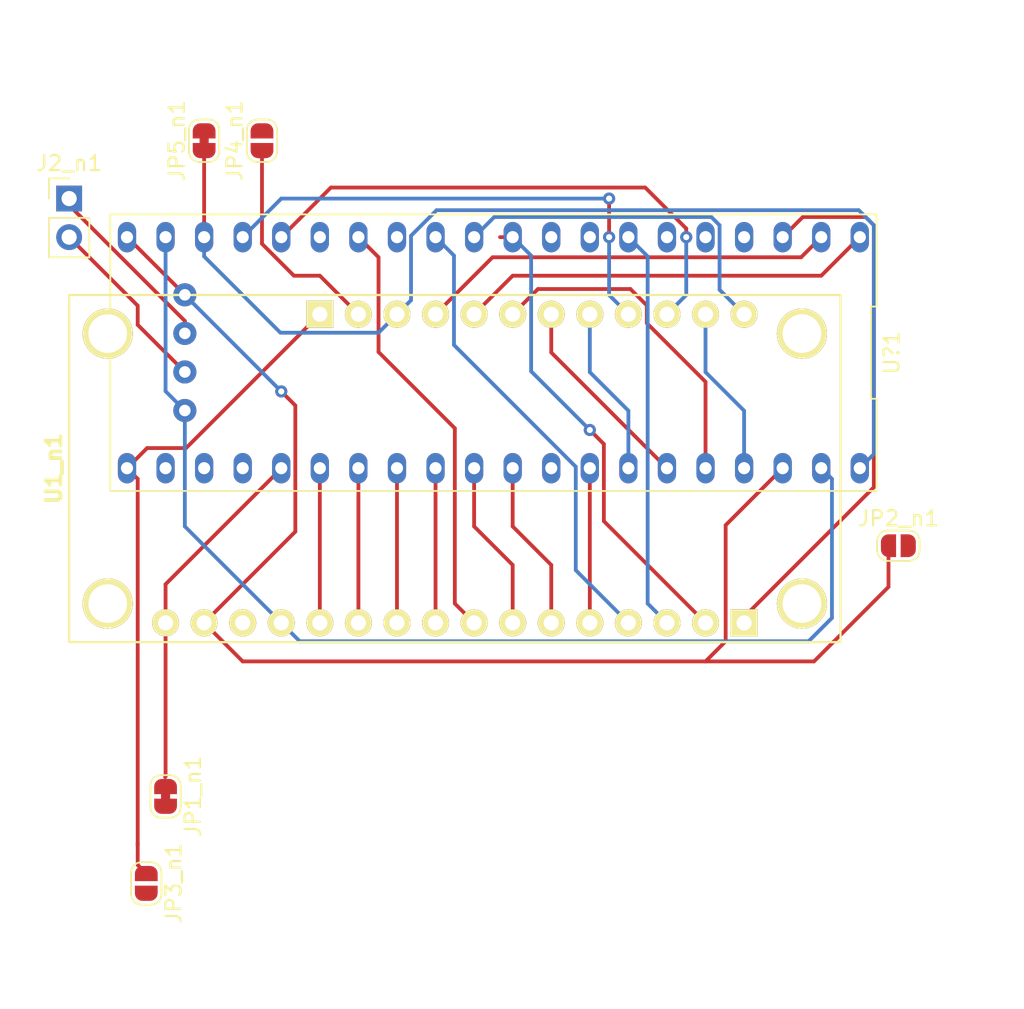
<source format=kicad_pcb>
(kicad_pcb (version 20171130) (host pcbnew 5.1.6)

  (general
    (thickness 1.6)
    (drawings 0)
    (tracks 141)
    (zones 0)
    (modules 8)
    (nets 47)
  )

  (page A4)
  (layers
    (0 F.Cu signal)
    (31 B.Cu signal)
    (32 B.Adhes user)
    (33 F.Adhes user)
    (34 B.Paste user)
    (35 F.Paste user)
    (36 B.SilkS user)
    (37 F.SilkS user)
    (38 B.Mask user)
    (39 F.Mask user)
    (40 Dwgs.User user)
    (41 Cmts.User user)
    (42 Eco1.User user)
    (43 Eco2.User user)
    (44 Edge.Cuts user)
    (45 Margin user)
    (46 B.CrtYd user)
    (47 F.CrtYd user)
    (48 B.Fab user)
    (49 F.Fab user)
  )

  (setup
    (last_trace_width 0.25)
    (trace_clearance 0.2)
    (zone_clearance 0.508)
    (zone_45_only no)
    (trace_min 0.2)
    (via_size 0.8)
    (via_drill 0.4)
    (via_min_size 0.4)
    (via_min_drill 0.3)
    (uvia_size 0.3)
    (uvia_drill 0.1)
    (uvias_allowed no)
    (uvia_min_size 0.2)
    (uvia_min_drill 0.1)
    (edge_width 0.05)
    (segment_width 0.2)
    (pcb_text_width 0.3)
    (pcb_text_size 1.5 1.5)
    (mod_edge_width 0.12)
    (mod_text_size 1 1)
    (mod_text_width 0.15)
    (pad_size 1.524 1.524)
    (pad_drill 0.762)
    (pad_to_mask_clearance 0.05)
    (aux_axis_origin 0 0)
    (visible_elements FFFFFF7F)
    (pcbplotparams
      (layerselection 0x010fc_ffffffff)
      (usegerberextensions false)
      (usegerberattributes true)
      (usegerberadvancedattributes true)
      (creategerberjobfile true)
      (excludeedgelayer true)
      (linewidth 0.100000)
      (plotframeref false)
      (viasonmask false)
      (mode 1)
      (useauxorigin false)
      (hpglpennumber 1)
      (hpglpenspeed 20)
      (hpglpendiameter 15.000000)
      (psnegative false)
      (psa4output false)
      (plotreference true)
      (plotvalue true)
      (plotinvisibletext false)
      (padsonsilk false)
      (subtractmaskfromsilk false)
      (outputformat 1)
      (mirror false)
      (drillshape 1)
      (scaleselection 1)
      (outputdirectory ""))
  )

  (net 0 "")
  (net 1 /RSTn)
  (net 2 GND)
  (net 3 /SWDIOn)
  (net 4 /SWCLKn)
  (net 5 /3v3_n)
  (net 6 /D13_n)
  (net 7 /D12_n)
  (net 8 /D11_n)
  (net 9 /D10_n)
  (net 10 /D9_n)
  (net 11 /D6_n)
  (net 12 /D5_n)
  (net 13 /D3_n)
  (net 14 /D2_n)
  (net 15 /AUX_n)
  (net 16 /D1_n)
  (net 17 /D0_n)
  (net 18 /A3_n)
  (net 19 /A2_n)
  (net 20 /A1_n)
  (net 21 /A0_n)
  (net 22 /BP8_n)
  (net 23 /BP7_n)
  (net 24 /BP6_n)
  (net 25 /BP5_n)
  (net 26 /BP4_n)
  (net 27 /BP3_n)
  (net 28 /BP2_n)
  (net 29 /BP1_n)
  (net 30 /RST)
  (net 31 +3V3)
  (net 32 /VBAT)
  (net 33 /VBATn)
  (net 34 /EN)
  (net 35 /ENn)
  (net 36 /VBUSn)
  (net 37 +5V)
  (net 38 /CARDn-CIPO)
  (net 39 /CARDn-COPI)
  (net 40 /CARDn-SCK)
  (net 41 /CARDn-CSn)
  (net 42 /CARDn-GO)
  (net 43 "Net-(U1_n1-Pad14)")
  (net 44 "Net-(U?1-Pad26)")
  (net 45 "Net-(U?1-Pad27)")
  (net 46 "Net-(U?1-Pad28)")

  (net_class Default "This is the default net class."
    (clearance 0.2)
    (trace_width 0.25)
    (via_dia 0.8)
    (via_drill 0.4)
    (uvia_dia 0.3)
    (uvia_drill 0.1)
    (add_net +3V3)
    (add_net +5V)
    (add_net /3v3_n)
    (add_net /A0_n)
    (add_net /A1_n)
    (add_net /A2_n)
    (add_net /A3_n)
    (add_net /AUX_n)
    (add_net /BP1_n)
    (add_net /BP2_n)
    (add_net /BP3_n)
    (add_net /BP4_n)
    (add_net /BP5_n)
    (add_net /BP6_n)
    (add_net /BP7_n)
    (add_net /BP8_n)
    (add_net /CARDn-CIPO)
    (add_net /CARDn-COPI)
    (add_net /CARDn-CSn)
    (add_net /CARDn-GO)
    (add_net /CARDn-SCK)
    (add_net /D0_n)
    (add_net /D10_n)
    (add_net /D11_n)
    (add_net /D12_n)
    (add_net /D13_n)
    (add_net /D1_n)
    (add_net /D2_n)
    (add_net /D3_n)
    (add_net /D5_n)
    (add_net /D6_n)
    (add_net /D9_n)
    (add_net /EN)
    (add_net /ENn)
    (add_net /RST)
    (add_net /RSTn)
    (add_net /SWCLKn)
    (add_net /SWDIOn)
    (add_net /VBAT)
    (add_net /VBATn)
    (add_net /VBUSn)
    (add_net GND)
    (add_net "Net-(U1_n1-Pad14)")
    (add_net "Net-(U?1-Pad26)")
    (add_net "Net-(U?1-Pad27)")
    (add_net "Net-(U?1-Pad28)")
  )

  (module stargazer-motherboard:weact-blackpill (layer F.Cu) (tedit 5F83C93F) (tstamp 5F84D109)
    (at 44.45 57.1375 180)
    (path /5FD4B16F)
    (fp_text reference U?1 (at -26.23 0 90) (layer F.SilkS)
      (effects (font (size 1 1) (thickness 0.15)))
    )
    (fp_text value weact-black-pill (at 0 0) (layer F.Fab)
      (effects (font (size 1 1) (thickness 0.15)))
    )
    (fp_line (start -24.98 8.86) (end -24.98 -8.86) (layer F.CrtYd) (width 0.05))
    (fp_line (start 24.98 8.86) (end -24.98 8.86) (layer F.CrtYd) (width 0.05))
    (fp_line (start 24.98 -8.86) (end 24.98 8.86) (layer F.CrtYd) (width 0.05))
    (fp_line (start -24.98 -8.86) (end 24.98 -8.86) (layer F.CrtYd) (width 0.05))
    (fp_line (start -25.23 3.035833) (end -25.23 9.107499) (layer F.SilkS) (width 0.12))
    (fp_line (start -24.87 3.035833) (end -25.23 3.035833) (layer F.SilkS) (width 0.12))
    (fp_line (start -24.87 -3.035833) (end -24.87 3.035833) (layer F.SilkS) (width 0.12))
    (fp_line (start -25.23 -3.035833) (end -24.87 -3.035833) (layer F.SilkS) (width 0.12))
    (fp_line (start -25.23 -9.1075) (end -25.23 -3.035833) (layer F.SilkS) (width 0.12))
    (fp_line (start 25.23 -9.107499) (end -25.23 -9.1075) (layer F.SilkS) (width 0.12))
    (fp_line (start 25.23 9.1075) (end 25.23 -9.107499) (layer F.SilkS) (width 0.12))
    (fp_line (start -25.23 9.107499) (end 25.23 9.1075) (layer F.SilkS) (width 0.12))
    (pad 24 thru_hole circle (at 20.32 -3.81 180) (size 1.524 1.524) (drill 0.762) (layers *.Cu *.Mask)
      (net 2 GND))
    (pad 23 thru_hole circle (at 20.32 -1.27 180) (size 1.524 1.524) (drill 0.762) (layers *.Cu *.Mask)
      (net 4 /SWCLKn))
    (pad 22 thru_hole circle (at 20.32 1.27 180) (size 1.524 1.524) (drill 0.762) (layers *.Cu *.Mask)
      (net 3 /SWDIOn))
    (pad 21 thru_hole circle (at 20.32 3.81 180) (size 1.524 1.524) (drill 0.762) (layers *.Cu *.Mask)
      (net 5 /3v3_n))
    (pad 20 thru_hole oval (at 24.13 7.6075 180) (size 1.2 2) (drill 0.8) (layers *.Cu *.Mask)
      (net 5 /3v3_n))
    (pad 25 thru_hole oval (at 24.13 -7.6075 180) (size 1.2 2) (drill 0.8) (layers *.Cu *.Mask)
      (net 33 /VBATn))
    (pad 19 thru_hole oval (at 21.59 7.6075 180) (size 1.2 2) (drill 0.8) (layers *.Cu *.Mask)
      (net 2 GND))
    (pad 26 thru_hole oval (at 21.59 -7.6075 180) (size 1.2 2) (drill 0.8) (layers *.Cu *.Mask)
      (net 44 "Net-(U?1-Pad26)"))
    (pad 18 thru_hole oval (at 19.05 7.6075 180) (size 1.2 2) (drill 0.8) (layers *.Cu *.Mask)
      (net 36 /VBUSn))
    (pad 27 thru_hole oval (at 19.05 -7.6075 180) (size 1.2 2) (drill 0.8) (layers *.Cu *.Mask)
      (net 45 "Net-(U?1-Pad27)"))
    (pad 17 thru_hole oval (at 16.51 7.6075 180) (size 1.2 2) (drill 0.8) (layers *.Cu *.Mask)
      (net 11 /D6_n))
    (pad 28 thru_hole oval (at 16.51 -7.6075 180) (size 1.2 2) (drill 0.8) (layers *.Cu *.Mask)
      (net 46 "Net-(U?1-Pad28)"))
    (pad 16 thru_hole oval (at 13.97 7.6075 180) (size 1.2 2) (drill 0.8) (layers *.Cu *.Mask)
      (net 12 /D5_n))
    (pad 29 thru_hole oval (at 13.97 -7.6075 180) (size 1.2 2) (drill 0.8) (layers *.Cu *.Mask)
      (net 1 /RSTn))
    (pad 15 thru_hole oval (at 11.43 7.6075 180) (size 1.2 2) (drill 0.8) (layers *.Cu *.Mask)
      (net 28 /BP2_n))
    (pad 30 thru_hole oval (at 11.43 -7.6075 180) (size 1.2 2) (drill 0.8) (layers *.Cu *.Mask)
      (net 21 /A0_n))
    (pad 14 thru_hole oval (at 8.89 7.6075 180) (size 1.2 2) (drill 0.8) (layers *.Cu *.Mask)
      (net 42 /CARDn-GO))
    (pad 31 thru_hole oval (at 8.89 -7.6075 180) (size 1.2 2) (drill 0.8) (layers *.Cu *.Mask)
      (net 20 /A1_n))
    (pad 13 thru_hole oval (at 6.35 7.6075 180) (size 1.2 2) (drill 0.8) (layers *.Cu *.Mask)
      (net 25 /BP5_n))
    (pad 32 thru_hole oval (at 6.35 -7.6075 180) (size 1.2 2) (drill 0.8) (layers *.Cu *.Mask)
      (net 19 /A2_n))
    (pad 12 thru_hole oval (at 3.81 7.6075 180) (size 1.2 2) (drill 0.8) (layers *.Cu *.Mask)
      (net 38 /CARDn-CIPO))
    (pad 33 thru_hole oval (at 3.81 -7.6075 180) (size 1.2 2) (drill 0.8) (layers *.Cu *.Mask)
      (net 18 /A3_n))
    (pad 11 thru_hole oval (at 1.27 7.6075 180) (size 1.2 2) (drill 0.8) (layers *.Cu *.Mask)
      (net 14 /D2_n))
    (pad 34 thru_hole oval (at 1.27 -7.6075 180) (size 1.2 2) (drill 0.8) (layers *.Cu *.Mask)
      (net 41 /CARDn-CSn))
    (pad 10 thru_hole oval (at -1.27 7.6075 180) (size 1.2 2) (drill 0.8) (layers *.Cu *.Mask)
      (net 16 /D1_n))
    (pad 35 thru_hole oval (at -1.27 -7.6075 180) (size 1.2 2) (drill 0.8) (layers *.Cu *.Mask)
      (net 40 /CARDn-SCK))
    (pad 9 thru_hole oval (at -3.81 7.6075 180) (size 1.2 2) (drill 0.8) (layers *.Cu *.Mask)
      (net 22 /BP8_n))
    (pad 36 thru_hole oval (at -3.81 -7.6075 180) (size 1.2 2) (drill 0.8) (layers *.Cu *.Mask)
      (net 24 /BP6_n))
    (pad 8 thru_hole oval (at -6.35 7.6075 180) (size 1.2 2) (drill 0.8) (layers *.Cu *.Mask)
      (net 23 /BP7_n))
    (pad 37 thru_hole oval (at -6.35 -7.6075 180) (size 1.2 2) (drill 0.8) (layers *.Cu *.Mask)
      (net 39 /CARDn-COPI))
    (pad 7 thru_hole oval (at -8.89 7.6075 180) (size 1.2 2) (drill 0.8) (layers *.Cu *.Mask)
      (net 17 /D0_n))
    (pad 38 thru_hole oval (at -8.89 -7.6075 180) (size 1.2 2) (drill 0.8) (layers *.Cu *.Mask)
      (net 10 /D9_n))
    (pad 6 thru_hole oval (at -11.43 7.6075 180) (size 1.2 2) (drill 0.8) (layers *.Cu *.Mask)
      (net 26 /BP4_n))
    (pad 39 thru_hole oval (at -11.43 -7.6075 180) (size 1.2 2) (drill 0.8) (layers *.Cu *.Mask)
      (net 9 /D10_n))
    (pad 5 thru_hole oval (at -13.97 7.6075 180) (size 1.2 2) (drill 0.8) (layers *.Cu *.Mask)
      (net 27 /BP3_n))
    (pad 40 thru_hole oval (at -13.97 -7.6075 180) (size 1.2 2) (drill 0.8) (layers *.Cu *.Mask)
      (net 8 /D11_n))
    (pad 4 thru_hole oval (at -16.51 7.6075 180) (size 1.2 2) (drill 0.8) (layers *.Cu *.Mask)
      (net 29 /BP1_n))
    (pad 41 thru_hole oval (at -16.51 -7.6075 180) (size 1.2 2) (drill 0.8) (layers *.Cu *.Mask)
      (net 13 /D3_n))
    (pad 3 thru_hole oval (at -19.05 7.6075 180) (size 1.2 2) (drill 0.8) (layers *.Cu *.Mask)
      (net 15 /AUX_n))
    (pad 42 thru_hole oval (at -19.05 -7.6075 180) (size 1.2 2) (drill 0.8) (layers *.Cu *.Mask)
      (net 5 /3v3_n))
    (pad 2 thru_hole oval (at -21.59 7.6075 180) (size 1.2 2) (drill 0.8) (layers *.Cu *.Mask)
      (net 6 /D13_n))
    (pad 43 thru_hole oval (at -21.59 -7.6075 180) (size 1.2 2) (drill 0.8) (layers *.Cu *.Mask)
      (net 2 GND))
    (pad 1 thru_hole oval (at -24.13 7.6075 180) (size 1.2 2) (drill 0.8) (layers *.Cu *.Mask)
      (net 7 /D12_n))
    (pad 44 thru_hole oval (at -24.13 -7.6075 180) (size 1.2 2) (drill 0.8) (layers *.Cu *.Mask)
      (net 36 /VBUSn))
  )

  (module Modules:ADAFRUIT_FEATHER (layer F.Cu) (tedit 582D446B) (tstamp 5F84D0AD)
    (at 41.91 64.77)
    (path /5F83756C)
    (fp_text reference U1_n1 (at -26.416 0 90) (layer F.SilkS)
      (effects (font (size 1 1) (thickness 0.25)))
    )
    (fp_text value ADAFRUIT_FEATHER (at -24.384 0 90) (layer F.Fab) hide
      (effects (font (size 1 1) (thickness 0.25)))
    )
    (fp_line (start -25.4 -11.43) (end -25.4 11.43) (layer F.SilkS) (width 0.15))
    (fp_line (start -25.4 11.43) (end 25.4 11.43) (layer F.SilkS) (width 0.15))
    (fp_line (start 25.4 11.43) (end 25.4 -11.43) (layer F.SilkS) (width 0.15))
    (fp_line (start 25.4 -11.43) (end -25.4 -11.43) (layer F.SilkS) (width 0.15))
    (pad 28 thru_hole circle (at 19.05 -10.16) (size 1.778 1.778) (drill 0.9906) (layers *.Cu *.Mask F.SilkS)
      (net 14 /D2_n))
    (pad 27 thru_hole circle (at 16.51 -10.16) (size 1.778 1.778) (drill 0.9906) (layers *.Cu *.Mask F.SilkS)
      (net 13 /D3_n))
    (pad 26 thru_hole circle (at 13.97 -10.16) (size 1.778 1.778) (drill 0.9906) (layers *.Cu *.Mask F.SilkS)
      (net 12 /D5_n))
    (pad 25 thru_hole circle (at 11.43 -10.16) (size 1.778 1.778) (drill 0.9906) (layers *.Cu *.Mask F.SilkS)
      (net 11 /D6_n))
    (pad 24 thru_hole circle (at 8.89 -10.16) (size 1.778 1.778) (drill 0.9906) (layers *.Cu *.Mask F.SilkS)
      (net 10 /D9_n))
    (pad 23 thru_hole circle (at 6.35 -10.16) (size 1.778 1.778) (drill 0.9906) (layers *.Cu *.Mask F.SilkS)
      (net 9 /D10_n))
    (pad 22 thru_hole circle (at 3.81 -10.16) (size 1.778 1.778) (drill 0.9906) (layers *.Cu *.Mask F.SilkS)
      (net 8 /D11_n))
    (pad 21 thru_hole circle (at 1.27 -10.16) (size 1.778 1.778) (drill 0.9906) (layers *.Cu *.Mask F.SilkS)
      (net 7 /D12_n))
    (pad 20 thru_hole circle (at -1.27 -10.16) (size 1.778 1.778) (drill 0.9906) (layers *.Cu *.Mask F.SilkS)
      (net 6 /D13_n))
    (pad 19 thru_hole circle (at -3.81 -10.16) (size 1.778 1.778) (drill 0.9906) (layers *.Cu *.Mask F.SilkS)
      (net 36 /VBUSn))
    (pad 17 thru_hole rect (at -8.89 -10.16) (size 1.778 1.778) (drill 0.9906) (layers *.Cu *.Mask F.SilkS)
      (net 33 /VBATn))
    (pad 18 thru_hole circle (at -6.35 -10.16) (size 1.778 1.778) (drill 0.9906) (layers *.Cu *.Mask F.SilkS)
      (net 35 /ENn))
    (pad 1 thru_hole rect (at 19.05 10.16) (size 1.778 1.778) (drill 0.9906) (layers *.Cu *.Mask F.SilkS)
      (net 15 /AUX_n))
    (pad 2 thru_hole circle (at 16.51 10.16) (size 1.778 1.778) (drill 0.9906) (layers *.Cu *.Mask F.SilkS)
      (net 16 /D1_n))
    (pad 3 thru_hole circle (at 13.97 10.16) (size 1.778 1.778) (drill 0.9906) (layers *.Cu *.Mask F.SilkS)
      (net 17 /D0_n))
    (pad 4 thru_hole circle (at 11.43 10.16) (size 1.778 1.778) (drill 0.9906) (layers *.Cu *.Mask F.SilkS)
      (net 38 /CARDn-CIPO))
    (pad 5 thru_hole circle (at 8.89 10.16) (size 1.778 1.778) (drill 0.9906) (layers *.Cu *.Mask F.SilkS)
      (net 39 /CARDn-COPI))
    (pad 6 thru_hole circle (at 6.35 10.16) (size 1.778 1.778) (drill 0.9906) (layers *.Cu *.Mask F.SilkS)
      (net 40 /CARDn-SCK))
    (pad 7 thru_hole circle (at 3.81 10.16) (size 1.778 1.778) (drill 0.9906) (layers *.Cu *.Mask F.SilkS)
      (net 41 /CARDn-CSn))
    (pad 8 thru_hole circle (at 1.27 10.16) (size 1.778 1.778) (drill 0.9906) (layers *.Cu *.Mask F.SilkS)
      (net 42 /CARDn-GO))
    (pad 9 thru_hole circle (at -1.27 10.16) (size 1.778 1.778) (drill 0.9906) (layers *.Cu *.Mask F.SilkS)
      (net 18 /A3_n))
    (pad 10 thru_hole circle (at -3.81 10.16) (size 1.778 1.778) (drill 0.9906) (layers *.Cu *.Mask F.SilkS)
      (net 19 /A2_n))
    (pad 11 thru_hole circle (at -6.35 10.16) (size 1.778 1.778) (drill 0.9906) (layers *.Cu *.Mask F.SilkS)
      (net 20 /A1_n))
    (pad 12 thru_hole circle (at -8.89 10.16) (size 1.778 1.778) (drill 0.9906) (layers *.Cu *.Mask F.SilkS)
      (net 21 /A0_n))
    (pad 13 thru_hole circle (at -11.43 10.16) (size 1.778 1.778) (drill 0.9906) (layers *.Cu *.Mask F.SilkS)
      (net 2 GND))
    (pad 14 thru_hole circle (at -13.97 10.16) (size 1.778 1.778) (drill 0.9906) (layers *.Cu *.Mask F.SilkS)
      (net 43 "Net-(U1_n1-Pad14)"))
    (pad 15 thru_hole circle (at -16.51 10.16) (size 1.778 1.778) (drill 0.9906) (layers *.Cu *.Mask F.SilkS)
      (net 5 /3v3_n))
    (pad 16 thru_hole circle (at -19.05 10.16) (size 1.778 1.778) (drill 0.9906) (layers *.Cu *.Mask F.SilkS)
      (net 1 /RSTn))
    (pad "" thru_hole circle (at 22.86 -8.89) (size 3.302 3.302) (drill 2.54) (layers *.Cu *.Mask F.SilkS))
    (pad "" thru_hole circle (at 22.86 8.89) (size 3.302 3.302) (drill 2.54) (layers *.Cu *.Mask F.SilkS))
    (pad "" thru_hole circle (at -22.86 8.89) (size 3.302 3.302) (drill 2.54) (layers *.Cu *.Mask F.SilkS))
    (pad "" thru_hole circle (at -22.86 -8.89) (size 3.302 3.302) (drill 2.54) (layers *.Cu *.Mask F.SilkS))
  )

  (module Jumper:SolderJumper-2_P1.3mm_Bridged_RoundedPad1.0x1.5mm (layer F.Cu) (tedit 5C745284) (tstamp 5F84D085)
    (at 25.4 43.18 90)
    (descr "SMD Solder Jumper, 1x1.5mm, rounded Pads, 0.3mm gap, bridged with 1 copper strip")
    (tags "solder jumper open")
    (path /5FAD3A22)
    (attr virtual)
    (fp_text reference JP5_n1 (at 0 -1.8 90) (layer F.SilkS)
      (effects (font (size 1 1) (thickness 0.15)))
    )
    (fp_text value SolderJumper_2_Bridged (at 0 1.9 90) (layer F.Fab)
      (effects (font (size 1 1) (thickness 0.15)))
    )
    (fp_arc (start -0.7 -0.3) (end -0.7 -1) (angle -90) (layer F.SilkS) (width 0.12))
    (fp_arc (start -0.7 0.3) (end -1.4 0.3) (angle -90) (layer F.SilkS) (width 0.12))
    (fp_arc (start 0.7 0.3) (end 0.7 1) (angle -90) (layer F.SilkS) (width 0.12))
    (fp_arc (start 0.7 -0.3) (end 1.4 -0.3) (angle -90) (layer F.SilkS) (width 0.12))
    (fp_line (start -1.4 0.3) (end -1.4 -0.3) (layer F.SilkS) (width 0.12))
    (fp_line (start 0.7 1) (end -0.7 1) (layer F.SilkS) (width 0.12))
    (fp_line (start 1.4 -0.3) (end 1.4 0.3) (layer F.SilkS) (width 0.12))
    (fp_line (start -0.7 -1) (end 0.7 -1) (layer F.SilkS) (width 0.12))
    (fp_line (start -1.65 -1.25) (end 1.65 -1.25) (layer F.CrtYd) (width 0.05))
    (fp_line (start -1.65 -1.25) (end -1.65 1.25) (layer F.CrtYd) (width 0.05))
    (fp_line (start 1.65 1.25) (end 1.65 -1.25) (layer F.CrtYd) (width 0.05))
    (fp_line (start 1.65 1.25) (end -1.65 1.25) (layer F.CrtYd) (width 0.05))
    (fp_poly (pts (xy 0.25 -0.3) (xy -0.25 -0.3) (xy -0.25 0.3) (xy 0.25 0.3)) (layer F.Cu) (width 0))
    (pad 1 smd custom (at -0.65 0 90) (size 1 0.5) (layers F.Cu F.Mask)
      (net 36 /VBUSn) (zone_connect 2)
      (options (clearance outline) (anchor rect))
      (primitives
        (gr_circle (center 0 0.25) (end 0.5 0.25) (width 0))
        (gr_circle (center 0 -0.25) (end 0.5 -0.25) (width 0))
        (gr_poly (pts
           (xy 0 -0.75) (xy 0.5 -0.75) (xy 0.5 0.75) (xy 0 0.75)) (width 0))
      ))
    (pad 2 smd custom (at 0.65 0 90) (size 1 0.5) (layers F.Cu F.Mask)
      (net 37 +5V) (zone_connect 2)
      (options (clearance outline) (anchor rect))
      (primitives
        (gr_circle (center 0 0.25) (end 0.5 0.25) (width 0))
        (gr_circle (center 0 -0.25) (end 0.5 -0.25) (width 0))
        (gr_poly (pts
           (xy 0 -0.75) (xy -0.5 -0.75) (xy -0.5 0.75) (xy 0 0.75)) (width 0))
      ))
  )

  (module Jumper:SolderJumper-2_P1.3mm_Open_RoundedPad1.0x1.5mm (layer F.Cu) (tedit 5B391E66) (tstamp 5F84D072)
    (at 29.21 43.18 90)
    (descr "SMD Solder Jumper, 1x1.5mm, rounded Pads, 0.3mm gap, open")
    (tags "solder jumper open")
    (path /5FAD3686)
    (attr virtual)
    (fp_text reference JP4_n1 (at 0 -1.8 90) (layer F.SilkS)
      (effects (font (size 1 1) (thickness 0.15)))
    )
    (fp_text value SolderJumper_2_Open (at 0 1.9 90) (layer F.Fab)
      (effects (font (size 1 1) (thickness 0.15)))
    )
    (fp_arc (start -0.7 -0.3) (end -0.7 -1) (angle -90) (layer F.SilkS) (width 0.12))
    (fp_arc (start -0.7 0.3) (end -1.4 0.3) (angle -90) (layer F.SilkS) (width 0.12))
    (fp_arc (start 0.7 0.3) (end 0.7 1) (angle -90) (layer F.SilkS) (width 0.12))
    (fp_arc (start 0.7 -0.3) (end 1.4 -0.3) (angle -90) (layer F.SilkS) (width 0.12))
    (fp_line (start -1.4 0.3) (end -1.4 -0.3) (layer F.SilkS) (width 0.12))
    (fp_line (start 0.7 1) (end -0.7 1) (layer F.SilkS) (width 0.12))
    (fp_line (start 1.4 -0.3) (end 1.4 0.3) (layer F.SilkS) (width 0.12))
    (fp_line (start -0.7 -1) (end 0.7 -1) (layer F.SilkS) (width 0.12))
    (fp_line (start -1.65 -1.25) (end 1.65 -1.25) (layer F.CrtYd) (width 0.05))
    (fp_line (start -1.65 -1.25) (end -1.65 1.25) (layer F.CrtYd) (width 0.05))
    (fp_line (start 1.65 1.25) (end 1.65 -1.25) (layer F.CrtYd) (width 0.05))
    (fp_line (start 1.65 1.25) (end -1.65 1.25) (layer F.CrtYd) (width 0.05))
    (pad 2 smd custom (at 0.65 0 90) (size 1 0.5) (layers F.Cu F.Mask)
      (net 34 /EN) (zone_connect 2)
      (options (clearance outline) (anchor rect))
      (primitives
        (gr_circle (center 0 0.25) (end 0.5 0.25) (width 0))
        (gr_circle (center 0 -0.25) (end 0.5 -0.25) (width 0))
        (gr_poly (pts
           (xy 0 -0.75) (xy -0.5 -0.75) (xy -0.5 0.75) (xy 0 0.75)) (width 0))
      ))
    (pad 1 smd custom (at -0.65 0 90) (size 1 0.5) (layers F.Cu F.Mask)
      (net 35 /ENn) (zone_connect 2)
      (options (clearance outline) (anchor rect))
      (primitives
        (gr_circle (center 0 0.25) (end 0.5 0.25) (width 0))
        (gr_circle (center 0 -0.25) (end 0.5 -0.25) (width 0))
        (gr_poly (pts
           (xy 0 -0.75) (xy 0.5 -0.75) (xy 0.5 0.75) (xy 0 0.75)) (width 0))
      ))
  )

  (module Jumper:SolderJumper-2_P1.3mm_Open_RoundedPad1.0x1.5mm (layer F.Cu) (tedit 5B391E66) (tstamp 5F84D060)
    (at 21.59 92.09 270)
    (descr "SMD Solder Jumper, 1x1.5mm, rounded Pads, 0.3mm gap, open")
    (tags "solder jumper open")
    (path /5FAD3179)
    (attr virtual)
    (fp_text reference JP3_n1 (at 0 -1.8 90) (layer F.SilkS)
      (effects (font (size 1 1) (thickness 0.15)))
    )
    (fp_text value SolderJumper_2_Open (at 0 1.9 90) (layer F.Fab)
      (effects (font (size 1 1) (thickness 0.15)))
    )
    (fp_arc (start -0.7 -0.3) (end -0.7 -1) (angle -90) (layer F.SilkS) (width 0.12))
    (fp_arc (start -0.7 0.3) (end -1.4 0.3) (angle -90) (layer F.SilkS) (width 0.12))
    (fp_arc (start 0.7 0.3) (end 0.7 1) (angle -90) (layer F.SilkS) (width 0.12))
    (fp_arc (start 0.7 -0.3) (end 1.4 -0.3) (angle -90) (layer F.SilkS) (width 0.12))
    (fp_line (start -1.4 0.3) (end -1.4 -0.3) (layer F.SilkS) (width 0.12))
    (fp_line (start 0.7 1) (end -0.7 1) (layer F.SilkS) (width 0.12))
    (fp_line (start 1.4 -0.3) (end 1.4 0.3) (layer F.SilkS) (width 0.12))
    (fp_line (start -0.7 -1) (end 0.7 -1) (layer F.SilkS) (width 0.12))
    (fp_line (start -1.65 -1.25) (end 1.65 -1.25) (layer F.CrtYd) (width 0.05))
    (fp_line (start -1.65 -1.25) (end -1.65 1.25) (layer F.CrtYd) (width 0.05))
    (fp_line (start 1.65 1.25) (end 1.65 -1.25) (layer F.CrtYd) (width 0.05))
    (fp_line (start 1.65 1.25) (end -1.65 1.25) (layer F.CrtYd) (width 0.05))
    (pad 2 smd custom (at 0.65 0 270) (size 1 0.5) (layers F.Cu F.Mask)
      (net 32 /VBAT) (zone_connect 2)
      (options (clearance outline) (anchor rect))
      (primitives
        (gr_circle (center 0 0.25) (end 0.5 0.25) (width 0))
        (gr_circle (center 0 -0.25) (end 0.5 -0.25) (width 0))
        (gr_poly (pts
           (xy 0 -0.75) (xy -0.5 -0.75) (xy -0.5 0.75) (xy 0 0.75)) (width 0))
      ))
    (pad 1 smd custom (at -0.65 0 270) (size 1 0.5) (layers F.Cu F.Mask)
      (net 33 /VBATn) (zone_connect 2)
      (options (clearance outline) (anchor rect))
      (primitives
        (gr_circle (center 0 0.25) (end 0.5 0.25) (width 0))
        (gr_circle (center 0 -0.25) (end 0.5 -0.25) (width 0))
        (gr_poly (pts
           (xy 0 -0.75) (xy 0.5 -0.75) (xy 0.5 0.75) (xy 0 0.75)) (width 0))
      ))
  )

  (module Jumper:SolderJumper-2_P1.3mm_Open_RoundedPad1.0x1.5mm (layer F.Cu) (tedit 5B391E66) (tstamp 5F84D04E)
    (at 71.12 69.85)
    (descr "SMD Solder Jumper, 1x1.5mm, rounded Pads, 0.3mm gap, open")
    (tags "solder jumper open")
    (path /5FAD2EB8)
    (attr virtual)
    (fp_text reference JP2_n1 (at 0 -1.8) (layer F.SilkS)
      (effects (font (size 1 1) (thickness 0.15)))
    )
    (fp_text value SolderJumper_2_Open (at 0 1.9) (layer F.Fab)
      (effects (font (size 1 1) (thickness 0.15)))
    )
    (fp_arc (start -0.7 -0.3) (end -0.7 -1) (angle -90) (layer F.SilkS) (width 0.12))
    (fp_arc (start -0.7 0.3) (end -1.4 0.3) (angle -90) (layer F.SilkS) (width 0.12))
    (fp_arc (start 0.7 0.3) (end 0.7 1) (angle -90) (layer F.SilkS) (width 0.12))
    (fp_arc (start 0.7 -0.3) (end 1.4 -0.3) (angle -90) (layer F.SilkS) (width 0.12))
    (fp_line (start -1.4 0.3) (end -1.4 -0.3) (layer F.SilkS) (width 0.12))
    (fp_line (start 0.7 1) (end -0.7 1) (layer F.SilkS) (width 0.12))
    (fp_line (start 1.4 -0.3) (end 1.4 0.3) (layer F.SilkS) (width 0.12))
    (fp_line (start -0.7 -1) (end 0.7 -1) (layer F.SilkS) (width 0.12))
    (fp_line (start -1.65 -1.25) (end 1.65 -1.25) (layer F.CrtYd) (width 0.05))
    (fp_line (start -1.65 -1.25) (end -1.65 1.25) (layer F.CrtYd) (width 0.05))
    (fp_line (start 1.65 1.25) (end 1.65 -1.25) (layer F.CrtYd) (width 0.05))
    (fp_line (start 1.65 1.25) (end -1.65 1.25) (layer F.CrtYd) (width 0.05))
    (pad 2 smd custom (at 0.65 0) (size 1 0.5) (layers F.Cu F.Mask)
      (net 31 +3V3) (zone_connect 2)
      (options (clearance outline) (anchor rect))
      (primitives
        (gr_circle (center 0 0.25) (end 0.5 0.25) (width 0))
        (gr_circle (center 0 -0.25) (end 0.5 -0.25) (width 0))
        (gr_poly (pts
           (xy 0 -0.75) (xy -0.5 -0.75) (xy -0.5 0.75) (xy 0 0.75)) (width 0))
      ))
    (pad 1 smd custom (at -0.65 0) (size 1 0.5) (layers F.Cu F.Mask)
      (net 5 /3v3_n) (zone_connect 2)
      (options (clearance outline) (anchor rect))
      (primitives
        (gr_circle (center 0 0.25) (end 0.5 0.25) (width 0))
        (gr_circle (center 0 -0.25) (end 0.5 -0.25) (width 0))
        (gr_poly (pts
           (xy 0 -0.75) (xy 0.5 -0.75) (xy 0.5 0.75) (xy 0 0.75)) (width 0))
      ))
  )

  (module Jumper:SolderJumper-2_P1.3mm_Bridged_RoundedPad1.0x1.5mm (layer F.Cu) (tedit 5C745284) (tstamp 5F84D03C)
    (at 22.86 86.36 270)
    (descr "SMD Solder Jumper, 1x1.5mm, rounded Pads, 0.3mm gap, bridged with 1 copper strip")
    (tags "solder jumper open")
    (path /5FAC6ABE)
    (attr virtual)
    (fp_text reference JP1_n1 (at 0 -1.8 90) (layer F.SilkS)
      (effects (font (size 1 1) (thickness 0.15)))
    )
    (fp_text value SolderJumper_2_Bridged (at 0 1.9 90) (layer F.Fab)
      (effects (font (size 1 1) (thickness 0.15)))
    )
    (fp_arc (start -0.7 -0.3) (end -0.7 -1) (angle -90) (layer F.SilkS) (width 0.12))
    (fp_arc (start -0.7 0.3) (end -1.4 0.3) (angle -90) (layer F.SilkS) (width 0.12))
    (fp_arc (start 0.7 0.3) (end 0.7 1) (angle -90) (layer F.SilkS) (width 0.12))
    (fp_arc (start 0.7 -0.3) (end 1.4 -0.3) (angle -90) (layer F.SilkS) (width 0.12))
    (fp_line (start -1.4 0.3) (end -1.4 -0.3) (layer F.SilkS) (width 0.12))
    (fp_line (start 0.7 1) (end -0.7 1) (layer F.SilkS) (width 0.12))
    (fp_line (start 1.4 -0.3) (end 1.4 0.3) (layer F.SilkS) (width 0.12))
    (fp_line (start -0.7 -1) (end 0.7 -1) (layer F.SilkS) (width 0.12))
    (fp_line (start -1.65 -1.25) (end 1.65 -1.25) (layer F.CrtYd) (width 0.05))
    (fp_line (start -1.65 -1.25) (end -1.65 1.25) (layer F.CrtYd) (width 0.05))
    (fp_line (start 1.65 1.25) (end 1.65 -1.25) (layer F.CrtYd) (width 0.05))
    (fp_line (start 1.65 1.25) (end -1.65 1.25) (layer F.CrtYd) (width 0.05))
    (fp_poly (pts (xy 0.25 -0.3) (xy -0.25 -0.3) (xy -0.25 0.3) (xy 0.25 0.3)) (layer F.Cu) (width 0))
    (pad 1 smd custom (at -0.65 0 270) (size 1 0.5) (layers F.Cu F.Mask)
      (net 1 /RSTn) (zone_connect 2)
      (options (clearance outline) (anchor rect))
      (primitives
        (gr_circle (center 0 0.25) (end 0.5 0.25) (width 0))
        (gr_circle (center 0 -0.25) (end 0.5 -0.25) (width 0))
        (gr_poly (pts
           (xy 0 -0.75) (xy 0.5 -0.75) (xy 0.5 0.75) (xy 0 0.75)) (width 0))
      ))
    (pad 2 smd custom (at 0.65 0 270) (size 1 0.5) (layers F.Cu F.Mask)
      (net 30 /RST) (zone_connect 2)
      (options (clearance outline) (anchor rect))
      (primitives
        (gr_circle (center 0 0.25) (end 0.5 0.25) (width 0))
        (gr_circle (center 0 -0.25) (end 0.5 -0.25) (width 0))
        (gr_poly (pts
           (xy 0 -0.75) (xy -0.5 -0.75) (xy -0.5 0.75) (xy 0 0.75)) (width 0))
      ))
  )

  (module Connector_PinHeader_2.54mm:PinHeader_1x02_P2.54mm_Vertical (layer F.Cu) (tedit 59FED5CC) (tstamp 5F84CFE1)
    (at 16.51 46.99)
    (descr "Through hole straight pin header, 1x02, 2.54mm pitch, single row")
    (tags "Through hole pin header THT 1x02 2.54mm single row")
    (path /5F8B27A0)
    (fp_text reference J2_n1 (at 0 -2.33) (layer F.SilkS)
      (effects (font (size 1 1) (thickness 0.15)))
    )
    (fp_text value swd-flywire (at 0 4.87) (layer F.Fab)
      (effects (font (size 1 1) (thickness 0.15)))
    )
    (fp_text user %R (at 0 1.27 90) (layer F.Fab)
      (effects (font (size 1 1) (thickness 0.15)))
    )
    (fp_line (start -0.635 -1.27) (end 1.27 -1.27) (layer F.Fab) (width 0.1))
    (fp_line (start 1.27 -1.27) (end 1.27 3.81) (layer F.Fab) (width 0.1))
    (fp_line (start 1.27 3.81) (end -1.27 3.81) (layer F.Fab) (width 0.1))
    (fp_line (start -1.27 3.81) (end -1.27 -0.635) (layer F.Fab) (width 0.1))
    (fp_line (start -1.27 -0.635) (end -0.635 -1.27) (layer F.Fab) (width 0.1))
    (fp_line (start -1.33 3.87) (end 1.33 3.87) (layer F.SilkS) (width 0.12))
    (fp_line (start -1.33 1.27) (end -1.33 3.87) (layer F.SilkS) (width 0.12))
    (fp_line (start 1.33 1.27) (end 1.33 3.87) (layer F.SilkS) (width 0.12))
    (fp_line (start -1.33 1.27) (end 1.33 1.27) (layer F.SilkS) (width 0.12))
    (fp_line (start -1.33 0) (end -1.33 -1.33) (layer F.SilkS) (width 0.12))
    (fp_line (start -1.33 -1.33) (end 0 -1.33) (layer F.SilkS) (width 0.12))
    (fp_line (start -1.8 -1.8) (end -1.8 4.35) (layer F.CrtYd) (width 0.05))
    (fp_line (start -1.8 4.35) (end 1.8 4.35) (layer F.CrtYd) (width 0.05))
    (fp_line (start 1.8 4.35) (end 1.8 -1.8) (layer F.CrtYd) (width 0.05))
    (fp_line (start 1.8 -1.8) (end -1.8 -1.8) (layer F.CrtYd) (width 0.05))
    (pad 2 thru_hole oval (at 0 2.54) (size 1.7 1.7) (drill 1) (layers *.Cu *.Mask)
      (net 4 /SWCLKn))
    (pad 1 thru_hole rect (at 0 0) (size 1.7 1.7) (drill 1) (layers *.Cu *.Mask)
      (net 3 /SWDIOn))
    (model ${KISYS3DMOD}/Connector_PinHeader_2.54mm.3dshapes/PinHeader_1x02_P2.54mm_Vertical.wrl
      (at (xyz 0 0 0))
      (scale (xyz 1 1 1))
      (rotate (xyz 0 0 0))
    )
  )

  (segment (start 30.48 64.745) (end 30.48 64.77) (width 0.25) (layer F.Cu) (net 1))
  (segment (start 22.86 72.39) (end 22.86 74.93) (width 0.25) (layer F.Cu) (net 1))
  (segment (start 30.48 64.77) (end 22.86 72.39) (width 0.25) (layer F.Cu) (net 1))
  (segment (start 22.86 85.06) (end 22.83 85.09) (width 0.25) (layer F.Cu) (net 1))
  (segment (start 22.86 74.93) (end 22.86 85.06) (width 0.25) (layer F.Cu) (net 1))
  (segment (start 24.13 68.58) (end 24.13 60.9475) (width 0.25) (layer B.Cu) (net 2))
  (segment (start 30.48 74.93) (end 24.13 68.58) (width 0.25) (layer B.Cu) (net 2))
  (segment (start 22.86 59.6775) (end 24.13 60.9475) (width 0.25) (layer B.Cu) (net 2))
  (segment (start 22.86 49.53) (end 22.86 59.6775) (width 0.25) (layer B.Cu) (net 2))
  (segment (start 66.746001 65.451001) (end 66.04 64.745) (width 0.25) (layer B.Cu) (net 2))
  (segment (start 66.746001 74.608481) (end 66.746001 65.451001) (width 0.25) (layer B.Cu) (net 2))
  (segment (start 65.210481 76.144001) (end 66.746001 74.608481) (width 0.25) (layer B.Cu) (net 2))
  (segment (start 31.694001 76.144001) (end 65.210481 76.144001) (width 0.25) (layer B.Cu) (net 2))
  (segment (start 30.48 74.93) (end 31.694001 76.144001) (width 0.25) (layer B.Cu) (net 2))
  (segment (start 24.13 55.048161) (end 24.13 55.8675) (width 0.25) (layer F.Cu) (net 3))
  (segment (start 16.51 47.428161) (end 24.13 55.048161) (width 0.25) (layer F.Cu) (net 3))
  (segment (start 16.51 46.99) (end 16.51 47.428161) (width 0.25) (layer F.Cu) (net 3))
  (segment (start 21.026001 55.303501) (end 24.13 58.4075) (width 0.25) (layer F.Cu) (net 4))
  (segment (start 21.026001 54.046001) (end 21.026001 55.303501) (width 0.25) (layer F.Cu) (net 4))
  (segment (start 16.51 49.53) (end 21.026001 54.046001) (width 0.25) (layer F.Cu) (net 4))
  (segment (start 20.3325 49.53) (end 24.13 53.3275) (width 0.25) (layer F.Cu) (net 5))
  (segment (start 20.32 49.53) (end 20.3325 49.53) (width 0.25) (layer F.Cu) (net 5))
  (segment (start 70.47 72.563338) (end 70.47 69.85) (width 0.25) (layer F.Cu) (net 5))
  (segment (start 59.745999 76.079001) (end 59.810999 76.144001) (width 0.25) (layer F.Cu) (net 5))
  (segment (start 66.889337 76.144001) (end 70.47 72.563338) (width 0.25) (layer F.Cu) (net 5))
  (segment (start 59.745999 68.499001) (end 59.745999 76.079001) (width 0.25) (layer F.Cu) (net 5))
  (segment (start 63.5 64.745) (end 59.745999 68.499001) (width 0.25) (layer F.Cu) (net 5))
  (segment (start 66.833338 76.2) (end 66.889337 76.144001) (width 0.25) (layer F.Cu) (net 5))
  (segment (start 25.4 74.93) (end 26.67 76.2) (width 0.25) (layer F.Cu) (net 5))
  (via (at 30.48 59.69) (size 0.8) (drill 0.4) (layers F.Cu B.Cu) (net 5))
  (segment (start 31.40501 60.61501) (end 30.48 59.69) (width 0.25) (layer F.Cu) (net 5))
  (segment (start 31.40501 68.92499) (end 31.40501 60.61501) (width 0.25) (layer F.Cu) (net 5))
  (segment (start 25.4 74.93) (end 31.40501 68.92499) (width 0.25) (layer F.Cu) (net 5))
  (segment (start 24.13 53.34) (end 24.13 53.3275) (width 0.25) (layer B.Cu) (net 5))
  (segment (start 30.48 59.69) (end 24.13 53.34) (width 0.25) (layer B.Cu) (net 5))
  (segment (start 26.67 76.2) (end 27.94 77.47) (width 0.25) (layer F.Cu) (net 5))
  (segment (start 27.94 77.47) (end 58.42 77.47) (width 0.25) (layer F.Cu) (net 5))
  (segment (start 58.42 77.47) (end 59.69 76.2) (width 0.25) (layer F.Cu) (net 5))
  (segment (start 65.563338 77.47) (end 66.889337 76.144001) (width 0.25) (layer F.Cu) (net 5))
  (segment (start 58.42 77.47) (end 65.563338 77.47) (width 0.25) (layer F.Cu) (net 5))
  (segment (start 44.39499 50.85501) (end 40.64 54.61) (width 0.25) (layer F.Cu) (net 6))
  (segment (start 64.71499 50.85501) (end 44.39499 50.85501) (width 0.25) (layer F.Cu) (net 6))
  (segment (start 66.04 49.53) (end 64.71499 50.85501) (width 0.25) (layer F.Cu) (net 6))
  (segment (start 68.58 49.53) (end 66.04 52.07) (width 0.25) (layer F.Cu) (net 7))
  (segment (start 45.72 52.07) (end 43.18 54.61) (width 0.25) (layer F.Cu) (net 7))
  (segment (start 66.04 52.07) (end 45.72 52.07) (width 0.25) (layer F.Cu) (net 7))
  (segment (start 47.38401 52.94599) (end 45.72 54.61) (width 0.25) (layer F.Cu) (net 8))
  (segment (start 53.472712 52.94599) (end 47.38401 52.94599) (width 0.25) (layer F.Cu) (net 8))
  (segment (start 54.554001 54.027279) (end 53.472712 52.94599) (width 0.25) (layer F.Cu) (net 8))
  (segment (start 54.554001 55.192721) (end 54.554001 54.027279) (width 0.25) (layer F.Cu) (net 8))
  (segment (start 58.42 59.05872) (end 54.554001 55.192721) (width 0.25) (layer F.Cu) (net 8))
  (segment (start 58.42 64.745) (end 58.42 59.05872) (width 0.25) (layer F.Cu) (net 8))
  (segment (start 48.26 57.125) (end 55.88 64.745) (width 0.25) (layer F.Cu) (net 9))
  (segment (start 48.26 54.61) (end 48.26 57.125) (width 0.25) (layer F.Cu) (net 9))
  (segment (start 50.8 54.61) (end 50.8 58.42) (width 0.25) (layer B.Cu) (net 10))
  (segment (start 53.34 60.96) (end 53.34 64.745) (width 0.25) (layer B.Cu) (net 10))
  (segment (start 50.8 58.42) (end 53.34 60.96) (width 0.25) (layer B.Cu) (net 10))
  (via (at 52.07 46.99) (size 0.8) (drill 0.4) (layers F.Cu B.Cu) (net 11))
  (segment (start 30.48 46.99) (end 52.07 46.99) (width 0.25) (layer B.Cu) (net 11))
  (segment (start 27.94 49.53) (end 30.48 46.99) (width 0.25) (layer B.Cu) (net 11))
  (via (at 52.07 49.53) (size 0.8) (drill 0.4) (layers F.Cu B.Cu) (net 11))
  (segment (start 52.07 46.99) (end 52.07 49.53) (width 0.25) (layer F.Cu) (net 11))
  (segment (start 52.07 53.34) (end 53.34 54.61) (width 0.25) (layer B.Cu) (net 11))
  (segment (start 52.07 49.53) (end 52.07 53.34) (width 0.25) (layer B.Cu) (net 11))
  (via (at 57.15 49.53) (size 0.8) (drill 0.4) (layers F.Cu B.Cu) (net 12))
  (segment (start 57.15 53.34) (end 57.15 49.53) (width 0.25) (layer B.Cu) (net 12))
  (segment (start 55.88 54.61) (end 57.15 53.34) (width 0.25) (layer B.Cu) (net 12))
  (segment (start 57.15 49.53) (end 57.15 48.964315) (width 0.25) (layer F.Cu) (net 12))
  (segment (start 33.745001 46.264999) (end 30.48 49.53) (width 0.25) (layer F.Cu) (net 12))
  (segment (start 54.450684 46.264999) (end 33.745001 46.264999) (width 0.25) (layer F.Cu) (net 12))
  (segment (start 57.15 48.964315) (end 54.450684 46.264999) (width 0.25) (layer F.Cu) (net 12))
  (segment (start 58.42 54.61) (end 58.42 58.42) (width 0.25) (layer B.Cu) (net 13))
  (segment (start 60.96 60.96) (end 60.96 64.745) (width 0.25) (layer B.Cu) (net 13))
  (segment (start 58.42 58.42) (end 60.96 60.96) (width 0.25) (layer B.Cu) (net 13))
  (segment (start 44.50501 48.20499) (end 43.18 49.53) (width 0.25) (layer B.Cu) (net 14))
  (segment (start 58.803151 48.20499) (end 44.50501 48.20499) (width 0.25) (layer B.Cu) (net 14))
  (segment (start 59.34501 48.746849) (end 58.803151 48.20499) (width 0.25) (layer B.Cu) (net 14))
  (segment (start 59.34501 52.99501) (end 59.34501 48.746849) (width 0.25) (layer B.Cu) (net 14))
  (segment (start 60.96 54.61) (end 59.34501 52.99501) (width 0.25) (layer B.Cu) (net 14))
  (segment (start 60.96 74.545518) (end 60.96 74.93) (width 0.25) (layer F.Cu) (net 15))
  (segment (start 69.50501 66.000508) (end 60.96 74.545518) (width 0.25) (layer F.Cu) (net 15))
  (segment (start 69.50501 48.746849) (end 69.50501 66.000508) (width 0.25) (layer F.Cu) (net 15))
  (segment (start 68.963151 48.20499) (end 69.50501 48.746849) (width 0.25) (layer F.Cu) (net 15))
  (segment (start 64.82501 48.20499) (end 68.963151 48.20499) (width 0.25) (layer F.Cu) (net 15))
  (segment (start 63.5 49.53) (end 64.82501 48.20499) (width 0.25) (layer F.Cu) (net 15))
  (segment (start 44.888161 49.53) (end 45.72 49.53) (width 0.25) (layer F.Cu) (net 16))
  (via (at 50.8 62.23) (size 0.8) (drill 0.4) (layers F.Cu B.Cu) (net 16))
  (segment (start 46.934001 58.364001) (end 50.8 62.23) (width 0.25) (layer B.Cu) (net 16))
  (segment (start 46.934001 50.744001) (end 46.934001 58.364001) (width 0.25) (layer B.Cu) (net 16))
  (segment (start 45.72 49.53) (end 46.934001 50.744001) (width 0.25) (layer B.Cu) (net 16))
  (segment (start 51.72501 63.15501) (end 51.72501 68.23501) (width 0.25) (layer F.Cu) (net 16))
  (segment (start 51.72501 68.23501) (end 58.42 74.93) (width 0.25) (layer F.Cu) (net 16))
  (segment (start 50.8 62.23) (end 51.72501 63.15501) (width 0.25) (layer F.Cu) (net 16))
  (segment (start 53.34 49.53) (end 54.61 50.8) (width 0.25) (layer B.Cu) (net 17))
  (segment (start 54.61 73.66) (end 55.88 74.93) (width 0.25) (layer B.Cu) (net 17))
  (segment (start 54.61 50.8) (end 54.61 73.66) (width 0.25) (layer B.Cu) (net 17))
  (segment (start 40.64 64.745) (end 40.64 74.93) (width 0.25) (layer F.Cu) (net 18))
  (segment (start 38.1 64.745) (end 38.1 74.93) (width 0.25) (layer F.Cu) (net 19))
  (segment (start 35.56 64.745) (end 35.56 74.93) (width 0.25) (layer F.Cu) (net 20))
  (segment (start 33.02 64.745) (end 33.02 74.93) (width 0.25) (layer F.Cu) (net 21))
  (segment (start 21.64501 63.41999) (end 24.21001 63.41999) (width 0.25) (layer F.Cu) (net 33))
  (segment (start 24.21001 63.41999) (end 33.02 54.61) (width 0.25) (layer F.Cu) (net 33))
  (segment (start 20.32 64.745) (end 21.64501 63.41999) (width 0.25) (layer F.Cu) (net 33))
  (segment (start 20.32 64.745) (end 21.026001 65.451001) (width 0.25) (layer F.Cu) (net 33))
  (segment (start 21.026001 90.876001) (end 21.59 91.44) (width 0.25) (layer F.Cu) (net 33))
  (segment (start 21.026001 89.463999) (end 21.026001 90.876001) (width 0.25) (layer F.Cu) (net 33))
  (segment (start 21.026001 65.451001) (end 21.026001 89.463999) (width 0.25) (layer F.Cu) (net 33))
  (segment (start 21.026001 89.463999) (end 21.026001 89.606001) (width 0.25) (layer F.Cu) (net 33))
  (segment (start 29.21 49.968161) (end 31.311839 52.07) (width 0.25) (layer F.Cu) (net 35))
  (segment (start 29.21 43.83) (end 29.21 49.968161) (width 0.25) (layer F.Cu) (net 35))
  (segment (start 33.02 52.07) (end 35.56 54.61) (width 0.25) (layer F.Cu) (net 35))
  (segment (start 31.311839 52.07) (end 33.02 52.07) (width 0.25) (layer F.Cu) (net 35))
  (segment (start 25.4 43.83) (end 25.4 49.53) (width 0.25) (layer F.Cu) (net 36))
  (segment (start 39.02501 53.68499) (end 38.1 54.61) (width 0.25) (layer B.Cu) (net 36))
  (segment (start 39.02501 49.436829) (end 39.02501 53.68499) (width 0.25) (layer B.Cu) (net 36))
  (segment (start 40.706858 47.754981) (end 39.02501 49.436829) (width 0.25) (layer B.Cu) (net 36))
  (segment (start 68.513142 47.754981) (end 40.706858 47.754981) (width 0.25) (layer B.Cu) (net 36))
  (segment (start 69.50501 48.746849) (end 68.513142 47.754981) (width 0.25) (layer B.Cu) (net 36))
  (segment (start 69.50501 63.81999) (end 69.50501 48.746849) (width 0.25) (layer B.Cu) (net 36))
  (segment (start 68.58 64.745) (end 69.50501 63.81999) (width 0.25) (layer B.Cu) (net 36))
  (segment (start 25.4 49.53) (end 25.4 50.8) (width 0.25) (layer B.Cu) (net 36))
  (segment (start 25.4 50.8) (end 30.424001 55.824001) (width 0.25) (layer B.Cu) (net 36))
  (segment (start 36.885999 55.824001) (end 38.1 54.61) (width 0.25) (layer B.Cu) (net 36))
  (segment (start 30.424001 55.824001) (end 36.885999 55.824001) (width 0.25) (layer B.Cu) (net 36))
  (segment (start 49.87499 71.46499) (end 53.34 74.93) (width 0.25) (layer B.Cu) (net 38))
  (segment (start 49.87499 64.651829) (end 49.87499 71.46499) (width 0.25) (layer B.Cu) (net 38))
  (segment (start 41.854001 56.63084) (end 49.87499 64.651829) (width 0.25) (layer B.Cu) (net 38))
  (segment (start 41.854001 50.744001) (end 41.854001 56.63084) (width 0.25) (layer B.Cu) (net 38))
  (segment (start 40.64 49.53) (end 41.854001 50.744001) (width 0.25) (layer B.Cu) (net 38))
  (segment (start 50.8 64.745) (end 50.8 74.93) (width 0.25) (layer F.Cu) (net 39))
  (segment (start 45.72 64.745) (end 45.72 68.58) (width 0.25) (layer F.Cu) (net 40))
  (segment (start 48.26 71.12) (end 48.26 74.93) (width 0.25) (layer F.Cu) (net 40))
  (segment (start 45.72 68.58) (end 48.26 71.12) (width 0.25) (layer F.Cu) (net 40))
  (segment (start 43.18 64.745) (end 43.18 68.58) (width 0.25) (layer F.Cu) (net 41))
  (segment (start 45.72 71.12) (end 45.72 74.93) (width 0.25) (layer F.Cu) (net 41))
  (segment (start 43.18 68.58) (end 45.72 71.12) (width 0.25) (layer F.Cu) (net 41))
  (segment (start 41.91 73.66) (end 43.18 74.93) (width 0.25) (layer F.Cu) (net 42))
  (segment (start 36.885999 57.094001) (end 41.91 62.118002) (width 0.25) (layer F.Cu) (net 42))
  (segment (start 36.885999 50.855999) (end 36.885999 57.094001) (width 0.25) (layer F.Cu) (net 42))
  (segment (start 41.91 62.118002) (end 41.91 73.66) (width 0.25) (layer F.Cu) (net 42))
  (segment (start 35.56 49.53) (end 36.885999 50.855999) (width 0.25) (layer F.Cu) (net 42))

)

</source>
